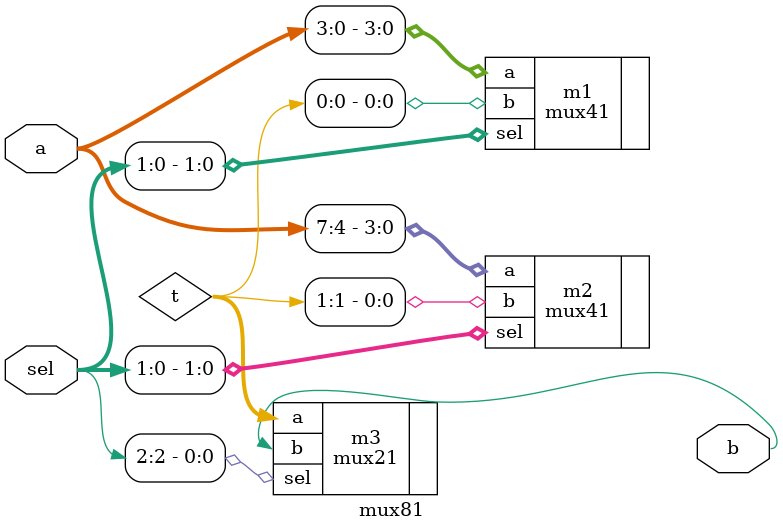
<source format=v>
module mux81(a, sel, b);
   input [7:0] a;
   input [2:0] sel;
   output b;

    wire [1:0] t;
   mux41 m1 (.a(a[3:0]), .sel(sel[1:0]), .b(t[0]));
   mux41 m2 (.a(a[7:4]), .sel(sel[1:0]), .b(t[1]));
   mux21 m3 (.a(t[1:0]), .sel(sel[2]), .b(b));

endmodule   
</source>
